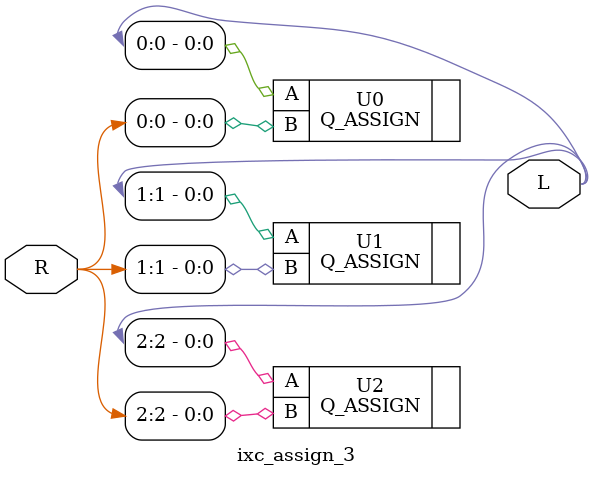
<source format=v>

`ifndef _2_                      
`ifdef CBV                      
`define _2_                      
`else                      
`define _2_ (* _2_state_ *)                      
`endif                      
`endif

module ixc_assign_3 ( L, R);
// pragma CVASTRPROP MODULE HDLICE HDL_MODULE_ATTRIBUTE "0 vlog"
output [2:0] L;
input [2:0] R;
Q_ASSIGN U0 ( .B(R[0]), .A(L[0]));
Q_ASSIGN U1 ( .B(R[1]), .A(L[1]));
Q_ASSIGN U2 ( .B(R[2]), .A(L[2]));
// pragma CVASTRPROP MODULE HDLICE HDL_TEMPLATE "ixc_assign"
// pragma CVASTRPROP MODULE HDLICE HDL_TEMPLATE_LIB "IXCOM_TEMP_LIBRARY"
endmodule

</source>
